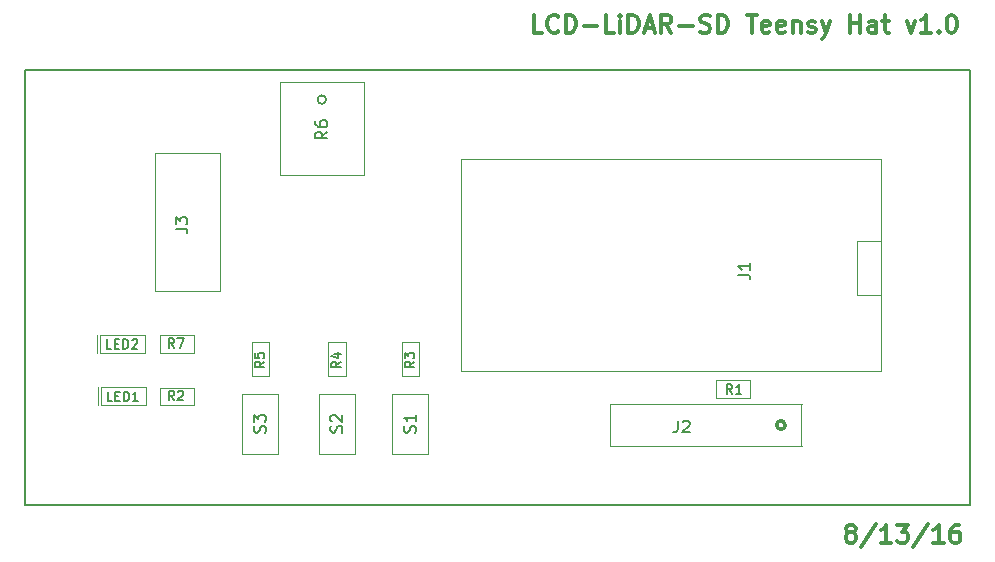
<source format=gbr>
G04 #@! TF.FileFunction,Other,Fab,Top*
%FSLAX46Y46*%
G04 Gerber Fmt 4.6, Leading zero omitted, Abs format (unit mm)*
G04 Created by KiCad (PCBNEW 4.0.1-3.201512221402+6198~38~ubuntu14.04.1-stable) date Tue 23 Aug 2016 07:58:39 PM PDT*
%MOMM*%
G01*
G04 APERTURE LIST*
%ADD10C,0.100000*%
%ADD11C,0.300000*%
%ADD12C,0.200000*%
%ADD13C,0.050000*%
%ADD14C,0.150000*%
G04 APERTURE END LIST*
D10*
D11*
X167577144Y-136346429D02*
X167434286Y-136275000D01*
X167362858Y-136203571D01*
X167291429Y-136060714D01*
X167291429Y-135989286D01*
X167362858Y-135846429D01*
X167434286Y-135775000D01*
X167577144Y-135703571D01*
X167862858Y-135703571D01*
X168005715Y-135775000D01*
X168077144Y-135846429D01*
X168148572Y-135989286D01*
X168148572Y-136060714D01*
X168077144Y-136203571D01*
X168005715Y-136275000D01*
X167862858Y-136346429D01*
X167577144Y-136346429D01*
X167434286Y-136417857D01*
X167362858Y-136489286D01*
X167291429Y-136632143D01*
X167291429Y-136917857D01*
X167362858Y-137060714D01*
X167434286Y-137132143D01*
X167577144Y-137203571D01*
X167862858Y-137203571D01*
X168005715Y-137132143D01*
X168077144Y-137060714D01*
X168148572Y-136917857D01*
X168148572Y-136632143D01*
X168077144Y-136489286D01*
X168005715Y-136417857D01*
X167862858Y-136346429D01*
X169862857Y-135632143D02*
X168577143Y-137560714D01*
X171148572Y-137203571D02*
X170291429Y-137203571D01*
X170720001Y-137203571D02*
X170720001Y-135703571D01*
X170577144Y-135917857D01*
X170434286Y-136060714D01*
X170291429Y-136132143D01*
X171648572Y-135703571D02*
X172577143Y-135703571D01*
X172077143Y-136275000D01*
X172291429Y-136275000D01*
X172434286Y-136346429D01*
X172505715Y-136417857D01*
X172577143Y-136560714D01*
X172577143Y-136917857D01*
X172505715Y-137060714D01*
X172434286Y-137132143D01*
X172291429Y-137203571D01*
X171862857Y-137203571D01*
X171720000Y-137132143D01*
X171648572Y-137060714D01*
X174291428Y-135632143D02*
X173005714Y-137560714D01*
X175577143Y-137203571D02*
X174720000Y-137203571D01*
X175148572Y-137203571D02*
X175148572Y-135703571D01*
X175005715Y-135917857D01*
X174862857Y-136060714D01*
X174720000Y-136132143D01*
X176862857Y-135703571D02*
X176577143Y-135703571D01*
X176434286Y-135775000D01*
X176362857Y-135846429D01*
X176220000Y-136060714D01*
X176148571Y-136346429D01*
X176148571Y-136917857D01*
X176220000Y-137060714D01*
X176291428Y-137132143D01*
X176434286Y-137203571D01*
X176720000Y-137203571D01*
X176862857Y-137132143D01*
X176934286Y-137060714D01*
X177005714Y-136917857D01*
X177005714Y-136560714D01*
X176934286Y-136417857D01*
X176862857Y-136346429D01*
X176720000Y-136275000D01*
X176434286Y-136275000D01*
X176291428Y-136346429D01*
X176220000Y-136417857D01*
X176148571Y-136560714D01*
X141607144Y-94023571D02*
X140892858Y-94023571D01*
X140892858Y-92523571D01*
X142964287Y-93880714D02*
X142892858Y-93952143D01*
X142678572Y-94023571D01*
X142535715Y-94023571D01*
X142321430Y-93952143D01*
X142178572Y-93809286D01*
X142107144Y-93666429D01*
X142035715Y-93380714D01*
X142035715Y-93166429D01*
X142107144Y-92880714D01*
X142178572Y-92737857D01*
X142321430Y-92595000D01*
X142535715Y-92523571D01*
X142678572Y-92523571D01*
X142892858Y-92595000D01*
X142964287Y-92666429D01*
X143607144Y-94023571D02*
X143607144Y-92523571D01*
X143964287Y-92523571D01*
X144178572Y-92595000D01*
X144321430Y-92737857D01*
X144392858Y-92880714D01*
X144464287Y-93166429D01*
X144464287Y-93380714D01*
X144392858Y-93666429D01*
X144321430Y-93809286D01*
X144178572Y-93952143D01*
X143964287Y-94023571D01*
X143607144Y-94023571D01*
X145107144Y-93452143D02*
X146250001Y-93452143D01*
X147678573Y-94023571D02*
X146964287Y-94023571D01*
X146964287Y-92523571D01*
X148178573Y-94023571D02*
X148178573Y-93023571D01*
X148178573Y-92523571D02*
X148107144Y-92595000D01*
X148178573Y-92666429D01*
X148250001Y-92595000D01*
X148178573Y-92523571D01*
X148178573Y-92666429D01*
X148892859Y-94023571D02*
X148892859Y-92523571D01*
X149250002Y-92523571D01*
X149464287Y-92595000D01*
X149607145Y-92737857D01*
X149678573Y-92880714D01*
X149750002Y-93166429D01*
X149750002Y-93380714D01*
X149678573Y-93666429D01*
X149607145Y-93809286D01*
X149464287Y-93952143D01*
X149250002Y-94023571D01*
X148892859Y-94023571D01*
X150321430Y-93595000D02*
X151035716Y-93595000D01*
X150178573Y-94023571D02*
X150678573Y-92523571D01*
X151178573Y-94023571D01*
X152535716Y-94023571D02*
X152035716Y-93309286D01*
X151678573Y-94023571D02*
X151678573Y-92523571D01*
X152250001Y-92523571D01*
X152392859Y-92595000D01*
X152464287Y-92666429D01*
X152535716Y-92809286D01*
X152535716Y-93023571D01*
X152464287Y-93166429D01*
X152392859Y-93237857D01*
X152250001Y-93309286D01*
X151678573Y-93309286D01*
X153178573Y-93452143D02*
X154321430Y-93452143D01*
X154964287Y-93952143D02*
X155178573Y-94023571D01*
X155535716Y-94023571D01*
X155678573Y-93952143D01*
X155750002Y-93880714D01*
X155821430Y-93737857D01*
X155821430Y-93595000D01*
X155750002Y-93452143D01*
X155678573Y-93380714D01*
X155535716Y-93309286D01*
X155250002Y-93237857D01*
X155107144Y-93166429D01*
X155035716Y-93095000D01*
X154964287Y-92952143D01*
X154964287Y-92809286D01*
X155035716Y-92666429D01*
X155107144Y-92595000D01*
X155250002Y-92523571D01*
X155607144Y-92523571D01*
X155821430Y-92595000D01*
X156464287Y-94023571D02*
X156464287Y-92523571D01*
X156821430Y-92523571D01*
X157035715Y-92595000D01*
X157178573Y-92737857D01*
X157250001Y-92880714D01*
X157321430Y-93166429D01*
X157321430Y-93380714D01*
X157250001Y-93666429D01*
X157178573Y-93809286D01*
X157035715Y-93952143D01*
X156821430Y-94023571D01*
X156464287Y-94023571D01*
X158892858Y-92523571D02*
X159750001Y-92523571D01*
X159321430Y-94023571D02*
X159321430Y-92523571D01*
X160821429Y-93952143D02*
X160678572Y-94023571D01*
X160392858Y-94023571D01*
X160250001Y-93952143D01*
X160178572Y-93809286D01*
X160178572Y-93237857D01*
X160250001Y-93095000D01*
X160392858Y-93023571D01*
X160678572Y-93023571D01*
X160821429Y-93095000D01*
X160892858Y-93237857D01*
X160892858Y-93380714D01*
X160178572Y-93523571D01*
X162107143Y-93952143D02*
X161964286Y-94023571D01*
X161678572Y-94023571D01*
X161535715Y-93952143D01*
X161464286Y-93809286D01*
X161464286Y-93237857D01*
X161535715Y-93095000D01*
X161678572Y-93023571D01*
X161964286Y-93023571D01*
X162107143Y-93095000D01*
X162178572Y-93237857D01*
X162178572Y-93380714D01*
X161464286Y-93523571D01*
X162821429Y-93023571D02*
X162821429Y-94023571D01*
X162821429Y-93166429D02*
X162892857Y-93095000D01*
X163035715Y-93023571D01*
X163250000Y-93023571D01*
X163392857Y-93095000D01*
X163464286Y-93237857D01*
X163464286Y-94023571D01*
X164107143Y-93952143D02*
X164250000Y-94023571D01*
X164535715Y-94023571D01*
X164678572Y-93952143D01*
X164750000Y-93809286D01*
X164750000Y-93737857D01*
X164678572Y-93595000D01*
X164535715Y-93523571D01*
X164321429Y-93523571D01*
X164178572Y-93452143D01*
X164107143Y-93309286D01*
X164107143Y-93237857D01*
X164178572Y-93095000D01*
X164321429Y-93023571D01*
X164535715Y-93023571D01*
X164678572Y-93095000D01*
X165250001Y-93023571D02*
X165607144Y-94023571D01*
X165964286Y-93023571D02*
X165607144Y-94023571D01*
X165464286Y-94380714D01*
X165392858Y-94452143D01*
X165250001Y-94523571D01*
X167678572Y-94023571D02*
X167678572Y-92523571D01*
X167678572Y-93237857D02*
X168535715Y-93237857D01*
X168535715Y-94023571D02*
X168535715Y-92523571D01*
X169892858Y-94023571D02*
X169892858Y-93237857D01*
X169821429Y-93095000D01*
X169678572Y-93023571D01*
X169392858Y-93023571D01*
X169250001Y-93095000D01*
X169892858Y-93952143D02*
X169750001Y-94023571D01*
X169392858Y-94023571D01*
X169250001Y-93952143D01*
X169178572Y-93809286D01*
X169178572Y-93666429D01*
X169250001Y-93523571D01*
X169392858Y-93452143D01*
X169750001Y-93452143D01*
X169892858Y-93380714D01*
X170392858Y-93023571D02*
X170964287Y-93023571D01*
X170607144Y-92523571D02*
X170607144Y-93809286D01*
X170678572Y-93952143D01*
X170821430Y-94023571D01*
X170964287Y-94023571D01*
X172464287Y-93023571D02*
X172821430Y-94023571D01*
X173178572Y-93023571D01*
X174535715Y-94023571D02*
X173678572Y-94023571D01*
X174107144Y-94023571D02*
X174107144Y-92523571D01*
X173964287Y-92737857D01*
X173821429Y-92880714D01*
X173678572Y-92952143D01*
X175178572Y-93880714D02*
X175250000Y-93952143D01*
X175178572Y-94023571D01*
X175107143Y-93952143D01*
X175178572Y-93880714D01*
X175178572Y-94023571D01*
X176178572Y-92523571D02*
X176321429Y-92523571D01*
X176464286Y-92595000D01*
X176535715Y-92666429D01*
X176607144Y-92809286D01*
X176678572Y-93095000D01*
X176678572Y-93452143D01*
X176607144Y-93737857D01*
X176535715Y-93880714D01*
X176464286Y-93952143D01*
X176321429Y-94023571D01*
X176178572Y-94023571D01*
X176035715Y-93952143D01*
X175964286Y-93880714D01*
X175892858Y-93737857D01*
X175821429Y-93452143D01*
X175821429Y-93095000D01*
X175892858Y-92809286D01*
X175964286Y-92666429D01*
X176035715Y-92595000D01*
X176178572Y-92523571D01*
D12*
X177800000Y-133985000D02*
X177800000Y-97155000D01*
X97790000Y-133985000D02*
X177800000Y-133985000D01*
X97790000Y-97155000D02*
X97790000Y-133985000D01*
X177800000Y-97155000D02*
X97790000Y-97155000D01*
D13*
X168250000Y-116205000D02*
X170250000Y-116205000D01*
X168250000Y-111705000D02*
X168250000Y-116205000D01*
X170250000Y-111705000D02*
X168250000Y-111705000D01*
X134750000Y-104705000D02*
X134750000Y-122705000D01*
X170250000Y-104705000D02*
X134750000Y-104705000D01*
X170250000Y-122705000D02*
X170250000Y-104705000D01*
X134750000Y-122705000D02*
X170250000Y-122705000D01*
D11*
X162157210Y-127254000D02*
G75*
G03X162157210Y-127254000I-359210J0D01*
G01*
D13*
X163548000Y-125504000D02*
X147348000Y-125504000D01*
X163538000Y-125494000D02*
X163538000Y-128994000D01*
X163558000Y-128984000D02*
X147358000Y-128984000D01*
X147368000Y-125484000D02*
X147368000Y-128984000D01*
X103945666Y-124066528D02*
X103945666Y-125590528D01*
X104199666Y-124066528D02*
X108009666Y-124066528D01*
X104199666Y-124078528D02*
X104199666Y-125578528D01*
X108009666Y-124078528D02*
X108009666Y-125578528D01*
X104199666Y-125590528D02*
X108009666Y-125590528D01*
X103886000Y-119621528D02*
X103886000Y-121145528D01*
X104140000Y-119621528D02*
X107950000Y-119621528D01*
X104140000Y-119633528D02*
X104140000Y-121133528D01*
X107950000Y-119633528D02*
X107950000Y-121133528D01*
X104140000Y-121145528D02*
X107950000Y-121145528D01*
X156272000Y-123456000D02*
X159172000Y-123456000D01*
X156272000Y-123456000D02*
X156272000Y-124956000D01*
X159172000Y-123456000D02*
X159172000Y-124956000D01*
X156272000Y-124956000D02*
X159172000Y-124956000D01*
X112102666Y-125578528D02*
X109202666Y-125578528D01*
X112102666Y-125578528D02*
X112102666Y-124078528D01*
X109202666Y-125578528D02*
X109202666Y-124078528D01*
X112102666Y-124078528D02*
X109202666Y-124078528D01*
X131179000Y-120204000D02*
X131179000Y-123104000D01*
X131179000Y-120204000D02*
X129679000Y-120204000D01*
X131179000Y-123104000D02*
X129679000Y-123104000D01*
X129679000Y-120204000D02*
X129679000Y-123104000D01*
X124956000Y-120228000D02*
X124956000Y-123128000D01*
X124956000Y-120228000D02*
X123456000Y-120228000D01*
X124956000Y-123128000D02*
X123456000Y-123128000D01*
X123456000Y-120228000D02*
X123456000Y-123128000D01*
X118479000Y-120204000D02*
X118479000Y-123104000D01*
X118479000Y-120204000D02*
X116979000Y-120204000D01*
X118479000Y-123104000D02*
X116979000Y-123104000D01*
X116979000Y-120204000D02*
X116979000Y-123104000D01*
D12*
X123295210Y-99695000D02*
G75*
G03X123295210Y-99695000I-359210J0D01*
G01*
D13*
X126492000Y-106045000D02*
X126492000Y-98171000D01*
X119380000Y-106045000D02*
X126492000Y-106045000D01*
X119380000Y-98171000D02*
X119380000Y-106045000D01*
X126492000Y-98171000D02*
X119380000Y-98171000D01*
X112102666Y-121133528D02*
X109202666Y-121133528D01*
X112102666Y-121133528D02*
X112102666Y-119633528D01*
X109202666Y-121133528D02*
X109202666Y-119633528D01*
X112102666Y-119633528D02*
X109202666Y-119633528D01*
X131953000Y-124587000D02*
X131953000Y-129667000D01*
X128905000Y-124587000D02*
X131953000Y-124587000D01*
X128905000Y-129667000D02*
X128905000Y-124587000D01*
X131953000Y-129667000D02*
X128905000Y-129667000D01*
X125730000Y-124587000D02*
X125730000Y-129667000D01*
X122682000Y-124587000D02*
X125730000Y-124587000D01*
X122682000Y-129667000D02*
X122682000Y-124587000D01*
X125730000Y-129667000D02*
X122682000Y-129667000D01*
X119253000Y-124587000D02*
X119253000Y-129667000D01*
X116205000Y-124587000D02*
X119253000Y-124587000D01*
X116205000Y-129667000D02*
X116205000Y-124587000D01*
X119253000Y-129667000D02*
X116205000Y-129667000D01*
X108765500Y-104202500D02*
X108765500Y-115886500D01*
X114328100Y-104202500D02*
X108765500Y-104202500D01*
X114328100Y-115886500D02*
X108765500Y-115886500D01*
X114328100Y-104202500D02*
X114328100Y-115886500D01*
D14*
X158202381Y-114538333D02*
X158916667Y-114538333D01*
X159059524Y-114585953D01*
X159154762Y-114681191D01*
X159202381Y-114824048D01*
X159202381Y-114919286D01*
X159202381Y-113538333D02*
X159202381Y-114109762D01*
X159202381Y-113824048D02*
X158202381Y-113824048D01*
X158345238Y-113919286D01*
X158440476Y-114014524D01*
X158488095Y-114109762D01*
X153074667Y-126876381D02*
X153074667Y-127590667D01*
X153027047Y-127733524D01*
X152931809Y-127828762D01*
X152788952Y-127876381D01*
X152693714Y-127876381D01*
X153503238Y-126971619D02*
X153550857Y-126924000D01*
X153646095Y-126876381D01*
X153884191Y-126876381D01*
X153979429Y-126924000D01*
X154027048Y-126971619D01*
X154074667Y-127066857D01*
X154074667Y-127162095D01*
X154027048Y-127304952D01*
X153455619Y-127876381D01*
X154074667Y-127876381D01*
X105172428Y-125230433D02*
X104791475Y-125230433D01*
X104791475Y-124430433D01*
X105439094Y-124811385D02*
X105705761Y-124811385D01*
X105820047Y-125230433D02*
X105439094Y-125230433D01*
X105439094Y-124430433D01*
X105820047Y-124430433D01*
X106162904Y-125230433D02*
X106162904Y-124430433D01*
X106353380Y-124430433D01*
X106467666Y-124468528D01*
X106543857Y-124544718D01*
X106581952Y-124620909D01*
X106620047Y-124773290D01*
X106620047Y-124887576D01*
X106581952Y-125039957D01*
X106543857Y-125116147D01*
X106467666Y-125192338D01*
X106353380Y-125230433D01*
X106162904Y-125230433D01*
X107381952Y-125230433D02*
X106924809Y-125230433D01*
X107153380Y-125230433D02*
X107153380Y-124430433D01*
X107077190Y-124544718D01*
X107000999Y-124620909D01*
X106924809Y-124659004D01*
X105112762Y-120785433D02*
X104731809Y-120785433D01*
X104731809Y-119985433D01*
X105379428Y-120366385D02*
X105646095Y-120366385D01*
X105760381Y-120785433D02*
X105379428Y-120785433D01*
X105379428Y-119985433D01*
X105760381Y-119985433D01*
X106103238Y-120785433D02*
X106103238Y-119985433D01*
X106293714Y-119985433D01*
X106408000Y-120023528D01*
X106484191Y-120099718D01*
X106522286Y-120175909D01*
X106560381Y-120328290D01*
X106560381Y-120442576D01*
X106522286Y-120594957D01*
X106484191Y-120671147D01*
X106408000Y-120747338D01*
X106293714Y-120785433D01*
X106103238Y-120785433D01*
X106865143Y-120061623D02*
X106903238Y-120023528D01*
X106979429Y-119985433D01*
X107169905Y-119985433D01*
X107246095Y-120023528D01*
X107284191Y-120061623D01*
X107322286Y-120137814D01*
X107322286Y-120214004D01*
X107284191Y-120328290D01*
X106827048Y-120785433D01*
X107322286Y-120785433D01*
X157678667Y-124607905D02*
X157412000Y-124226952D01*
X157221524Y-124607905D02*
X157221524Y-123807905D01*
X157526286Y-123807905D01*
X157602477Y-123846000D01*
X157640572Y-123884095D01*
X157678667Y-123960286D01*
X157678667Y-124074571D01*
X157640572Y-124150762D01*
X157602477Y-124188857D01*
X157526286Y-124226952D01*
X157221524Y-124226952D01*
X158440572Y-124607905D02*
X157983429Y-124607905D01*
X158212000Y-124607905D02*
X158212000Y-123807905D01*
X158135810Y-123922190D01*
X158059619Y-123998381D01*
X157983429Y-124036476D01*
X110429333Y-125150433D02*
X110162666Y-124769480D01*
X109972190Y-125150433D02*
X109972190Y-124350433D01*
X110276952Y-124350433D01*
X110353143Y-124388528D01*
X110391238Y-124426623D01*
X110429333Y-124502814D01*
X110429333Y-124617099D01*
X110391238Y-124693290D01*
X110353143Y-124731385D01*
X110276952Y-124769480D01*
X109972190Y-124769480D01*
X110734095Y-124426623D02*
X110772190Y-124388528D01*
X110848381Y-124350433D01*
X111038857Y-124350433D01*
X111115047Y-124388528D01*
X111153143Y-124426623D01*
X111191238Y-124502814D01*
X111191238Y-124579004D01*
X111153143Y-124693290D01*
X110696000Y-125150433D01*
X111191238Y-125150433D01*
X130750905Y-121877333D02*
X130369952Y-122144000D01*
X130750905Y-122334476D02*
X129950905Y-122334476D01*
X129950905Y-122029714D01*
X129989000Y-121953523D01*
X130027095Y-121915428D01*
X130103286Y-121877333D01*
X130217571Y-121877333D01*
X130293762Y-121915428D01*
X130331857Y-121953523D01*
X130369952Y-122029714D01*
X130369952Y-122334476D01*
X129950905Y-121610666D02*
X129950905Y-121115428D01*
X130255667Y-121382095D01*
X130255667Y-121267809D01*
X130293762Y-121191619D01*
X130331857Y-121153523D01*
X130408048Y-121115428D01*
X130598524Y-121115428D01*
X130674714Y-121153523D01*
X130712810Y-121191619D01*
X130750905Y-121267809D01*
X130750905Y-121496381D01*
X130712810Y-121572571D01*
X130674714Y-121610666D01*
X124527905Y-121901333D02*
X124146952Y-122168000D01*
X124527905Y-122358476D02*
X123727905Y-122358476D01*
X123727905Y-122053714D01*
X123766000Y-121977523D01*
X123804095Y-121939428D01*
X123880286Y-121901333D01*
X123994571Y-121901333D01*
X124070762Y-121939428D01*
X124108857Y-121977523D01*
X124146952Y-122053714D01*
X124146952Y-122358476D01*
X123994571Y-121215619D02*
X124527905Y-121215619D01*
X123689810Y-121406095D02*
X124261238Y-121596571D01*
X124261238Y-121101333D01*
X118050905Y-121877333D02*
X117669952Y-122144000D01*
X118050905Y-122334476D02*
X117250905Y-122334476D01*
X117250905Y-122029714D01*
X117289000Y-121953523D01*
X117327095Y-121915428D01*
X117403286Y-121877333D01*
X117517571Y-121877333D01*
X117593762Y-121915428D01*
X117631857Y-121953523D01*
X117669952Y-122029714D01*
X117669952Y-122334476D01*
X117250905Y-121153523D02*
X117250905Y-121534476D01*
X117631857Y-121572571D01*
X117593762Y-121534476D01*
X117555667Y-121458285D01*
X117555667Y-121267809D01*
X117593762Y-121191619D01*
X117631857Y-121153523D01*
X117708048Y-121115428D01*
X117898524Y-121115428D01*
X117974714Y-121153523D01*
X118012810Y-121191619D01*
X118050905Y-121267809D01*
X118050905Y-121458285D01*
X118012810Y-121534476D01*
X117974714Y-121572571D01*
X123388381Y-102401666D02*
X122912190Y-102735000D01*
X123388381Y-102973095D02*
X122388381Y-102973095D01*
X122388381Y-102592142D01*
X122436000Y-102496904D01*
X122483619Y-102449285D01*
X122578857Y-102401666D01*
X122721714Y-102401666D01*
X122816952Y-102449285D01*
X122864571Y-102496904D01*
X122912190Y-102592142D01*
X122912190Y-102973095D01*
X122388381Y-101544523D02*
X122388381Y-101735000D01*
X122436000Y-101830238D01*
X122483619Y-101877857D01*
X122626476Y-101973095D01*
X122816952Y-102020714D01*
X123197905Y-102020714D01*
X123293143Y-101973095D01*
X123340762Y-101925476D01*
X123388381Y-101830238D01*
X123388381Y-101639761D01*
X123340762Y-101544523D01*
X123293143Y-101496904D01*
X123197905Y-101449285D01*
X122959810Y-101449285D01*
X122864571Y-101496904D01*
X122816952Y-101544523D01*
X122769333Y-101639761D01*
X122769333Y-101830238D01*
X122816952Y-101925476D01*
X122864571Y-101973095D01*
X122959810Y-102020714D01*
X110429333Y-120705433D02*
X110162666Y-120324480D01*
X109972190Y-120705433D02*
X109972190Y-119905433D01*
X110276952Y-119905433D01*
X110353143Y-119943528D01*
X110391238Y-119981623D01*
X110429333Y-120057814D01*
X110429333Y-120172099D01*
X110391238Y-120248290D01*
X110353143Y-120286385D01*
X110276952Y-120324480D01*
X109972190Y-120324480D01*
X110696000Y-119905433D02*
X111229333Y-119905433D01*
X110886476Y-120705433D01*
X130833762Y-127888905D02*
X130881381Y-127746048D01*
X130881381Y-127507952D01*
X130833762Y-127412714D01*
X130786143Y-127365095D01*
X130690905Y-127317476D01*
X130595667Y-127317476D01*
X130500429Y-127365095D01*
X130452810Y-127412714D01*
X130405190Y-127507952D01*
X130357571Y-127698429D01*
X130309952Y-127793667D01*
X130262333Y-127841286D01*
X130167095Y-127888905D01*
X130071857Y-127888905D01*
X129976619Y-127841286D01*
X129929000Y-127793667D01*
X129881381Y-127698429D01*
X129881381Y-127460333D01*
X129929000Y-127317476D01*
X130881381Y-126365095D02*
X130881381Y-126936524D01*
X130881381Y-126650810D02*
X129881381Y-126650810D01*
X130024238Y-126746048D01*
X130119476Y-126841286D01*
X130167095Y-126936524D01*
X124610762Y-127888905D02*
X124658381Y-127746048D01*
X124658381Y-127507952D01*
X124610762Y-127412714D01*
X124563143Y-127365095D01*
X124467905Y-127317476D01*
X124372667Y-127317476D01*
X124277429Y-127365095D01*
X124229810Y-127412714D01*
X124182190Y-127507952D01*
X124134571Y-127698429D01*
X124086952Y-127793667D01*
X124039333Y-127841286D01*
X123944095Y-127888905D01*
X123848857Y-127888905D01*
X123753619Y-127841286D01*
X123706000Y-127793667D01*
X123658381Y-127698429D01*
X123658381Y-127460333D01*
X123706000Y-127317476D01*
X123753619Y-126936524D02*
X123706000Y-126888905D01*
X123658381Y-126793667D01*
X123658381Y-126555571D01*
X123706000Y-126460333D01*
X123753619Y-126412714D01*
X123848857Y-126365095D01*
X123944095Y-126365095D01*
X124086952Y-126412714D01*
X124658381Y-126984143D01*
X124658381Y-126365095D01*
X118133762Y-127888905D02*
X118181381Y-127746048D01*
X118181381Y-127507952D01*
X118133762Y-127412714D01*
X118086143Y-127365095D01*
X117990905Y-127317476D01*
X117895667Y-127317476D01*
X117800429Y-127365095D01*
X117752810Y-127412714D01*
X117705190Y-127507952D01*
X117657571Y-127698429D01*
X117609952Y-127793667D01*
X117562333Y-127841286D01*
X117467095Y-127888905D01*
X117371857Y-127888905D01*
X117276619Y-127841286D01*
X117229000Y-127793667D01*
X117181381Y-127698429D01*
X117181381Y-127460333D01*
X117229000Y-127317476D01*
X117181381Y-126984143D02*
X117181381Y-126365095D01*
X117562333Y-126698429D01*
X117562333Y-126555571D01*
X117609952Y-126460333D01*
X117657571Y-126412714D01*
X117752810Y-126365095D01*
X117990905Y-126365095D01*
X118086143Y-126412714D01*
X118133762Y-126460333D01*
X118181381Y-126555571D01*
X118181381Y-126841286D01*
X118133762Y-126936524D01*
X118086143Y-126984143D01*
X110555881Y-110631833D02*
X111270167Y-110631833D01*
X111413024Y-110679453D01*
X111508262Y-110774691D01*
X111555881Y-110917548D01*
X111555881Y-111012786D01*
X110555881Y-110250881D02*
X110555881Y-109631833D01*
X110936833Y-109965167D01*
X110936833Y-109822309D01*
X110984452Y-109727071D01*
X111032071Y-109679452D01*
X111127310Y-109631833D01*
X111365405Y-109631833D01*
X111460643Y-109679452D01*
X111508262Y-109727071D01*
X111555881Y-109822309D01*
X111555881Y-110108024D01*
X111508262Y-110203262D01*
X111460643Y-110250881D01*
M02*

</source>
